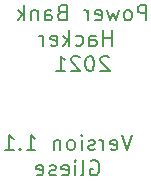
<source format=gbr>
%TF.GenerationSoftware,KiCad,Pcbnew,5.1.10-88a1d61d58~89~ubuntu20.04.1*%
%TF.CreationDate,2022-01-03T20:00:55+01:00*%
%TF.ProjectId,PowerBankAlwaysActive,506f7765-7242-4616-9e6b-416c77617973,rev?*%
%TF.SameCoordinates,Original*%
%TF.FileFunction,Legend,Bot*%
%TF.FilePolarity,Positive*%
%FSLAX46Y46*%
G04 Gerber Fmt 4.6, Leading zero omitted, Abs format (unit mm)*
G04 Created by KiCad (PCBNEW 5.1.10-88a1d61d58~89~ubuntu20.04.1) date 2022-01-03 20:00:55*
%MOMM*%
%LPD*%
G01*
G04 APERTURE LIST*
%ADD10C,0.200000*%
G04 APERTURE END LIST*
D10*
X45303619Y-40663095D02*
X44870285Y-41963095D01*
X44436952Y-40663095D01*
X43508380Y-41901190D02*
X43632190Y-41963095D01*
X43879809Y-41963095D01*
X44003619Y-41901190D01*
X44065523Y-41777380D01*
X44065523Y-41282142D01*
X44003619Y-41158333D01*
X43879809Y-41096428D01*
X43632190Y-41096428D01*
X43508380Y-41158333D01*
X43446476Y-41282142D01*
X43446476Y-41405952D01*
X44065523Y-41529761D01*
X42889333Y-41963095D02*
X42889333Y-41096428D01*
X42889333Y-41344047D02*
X42827428Y-41220238D01*
X42765523Y-41158333D01*
X42641714Y-41096428D01*
X42517904Y-41096428D01*
X42146476Y-41901190D02*
X42022666Y-41963095D01*
X41775047Y-41963095D01*
X41651238Y-41901190D01*
X41589333Y-41777380D01*
X41589333Y-41715476D01*
X41651238Y-41591666D01*
X41775047Y-41529761D01*
X41960761Y-41529761D01*
X42084571Y-41467857D01*
X42146476Y-41344047D01*
X42146476Y-41282142D01*
X42084571Y-41158333D01*
X41960761Y-41096428D01*
X41775047Y-41096428D01*
X41651238Y-41158333D01*
X41032190Y-41963095D02*
X41032190Y-41096428D01*
X41032190Y-40663095D02*
X41094095Y-40725000D01*
X41032190Y-40786904D01*
X40970285Y-40725000D01*
X41032190Y-40663095D01*
X41032190Y-40786904D01*
X40227428Y-41963095D02*
X40351238Y-41901190D01*
X40413142Y-41839285D01*
X40475047Y-41715476D01*
X40475047Y-41344047D01*
X40413142Y-41220238D01*
X40351238Y-41158333D01*
X40227428Y-41096428D01*
X40041714Y-41096428D01*
X39917904Y-41158333D01*
X39856000Y-41220238D01*
X39794095Y-41344047D01*
X39794095Y-41715476D01*
X39856000Y-41839285D01*
X39917904Y-41901190D01*
X40041714Y-41963095D01*
X40227428Y-41963095D01*
X39236952Y-41096428D02*
X39236952Y-41963095D01*
X39236952Y-41220238D02*
X39175047Y-41158333D01*
X39051238Y-41096428D01*
X38865523Y-41096428D01*
X38741714Y-41158333D01*
X38679809Y-41282142D01*
X38679809Y-41963095D01*
X36389333Y-41963095D02*
X37132190Y-41963095D01*
X36760761Y-41963095D02*
X36760761Y-40663095D01*
X36884571Y-40848809D01*
X37008380Y-40972619D01*
X37132190Y-41034523D01*
X35832190Y-41839285D02*
X35770285Y-41901190D01*
X35832190Y-41963095D01*
X35894095Y-41901190D01*
X35832190Y-41839285D01*
X35832190Y-41963095D01*
X34532190Y-41963095D02*
X35275047Y-41963095D01*
X34903619Y-41963095D02*
X34903619Y-40663095D01*
X35027428Y-40848809D01*
X35151238Y-40972619D01*
X35275047Y-41034523D01*
X41806000Y-42875000D02*
X41929809Y-42813095D01*
X42115523Y-42813095D01*
X42301238Y-42875000D01*
X42425047Y-42998809D01*
X42486952Y-43122619D01*
X42548857Y-43370238D01*
X42548857Y-43555952D01*
X42486952Y-43803571D01*
X42425047Y-43927380D01*
X42301238Y-44051190D01*
X42115523Y-44113095D01*
X41991714Y-44113095D01*
X41806000Y-44051190D01*
X41744095Y-43989285D01*
X41744095Y-43555952D01*
X41991714Y-43555952D01*
X41001238Y-44113095D02*
X41125047Y-44051190D01*
X41186952Y-43927380D01*
X41186952Y-42813095D01*
X40506000Y-44113095D02*
X40506000Y-43246428D01*
X40506000Y-42813095D02*
X40567904Y-42875000D01*
X40506000Y-42936904D01*
X40444095Y-42875000D01*
X40506000Y-42813095D01*
X40506000Y-42936904D01*
X39391714Y-44051190D02*
X39515523Y-44113095D01*
X39763142Y-44113095D01*
X39886952Y-44051190D01*
X39948857Y-43927380D01*
X39948857Y-43432142D01*
X39886952Y-43308333D01*
X39763142Y-43246428D01*
X39515523Y-43246428D01*
X39391714Y-43308333D01*
X39329809Y-43432142D01*
X39329809Y-43555952D01*
X39948857Y-43679761D01*
X38834571Y-44051190D02*
X38710761Y-44113095D01*
X38463142Y-44113095D01*
X38339333Y-44051190D01*
X38277428Y-43927380D01*
X38277428Y-43865476D01*
X38339333Y-43741666D01*
X38463142Y-43679761D01*
X38648857Y-43679761D01*
X38772666Y-43617857D01*
X38834571Y-43494047D01*
X38834571Y-43432142D01*
X38772666Y-43308333D01*
X38648857Y-43246428D01*
X38463142Y-43246428D01*
X38339333Y-43308333D01*
X37225047Y-44051190D02*
X37348857Y-44113095D01*
X37596476Y-44113095D01*
X37720285Y-44051190D01*
X37782190Y-43927380D01*
X37782190Y-43432142D01*
X37720285Y-43308333D01*
X37596476Y-43246428D01*
X37348857Y-43246428D01*
X37225047Y-43308333D01*
X37163142Y-43432142D01*
X37163142Y-43555952D01*
X37782190Y-43679761D01*
X46529904Y-30982095D02*
X46529904Y-29682095D01*
X46034666Y-29682095D01*
X45910857Y-29744000D01*
X45848952Y-29805904D01*
X45787047Y-29929714D01*
X45787047Y-30115428D01*
X45848952Y-30239238D01*
X45910857Y-30301142D01*
X46034666Y-30363047D01*
X46529904Y-30363047D01*
X45044190Y-30982095D02*
X45168000Y-30920190D01*
X45229904Y-30858285D01*
X45291809Y-30734476D01*
X45291809Y-30363047D01*
X45229904Y-30239238D01*
X45168000Y-30177333D01*
X45044190Y-30115428D01*
X44858476Y-30115428D01*
X44734666Y-30177333D01*
X44672761Y-30239238D01*
X44610857Y-30363047D01*
X44610857Y-30734476D01*
X44672761Y-30858285D01*
X44734666Y-30920190D01*
X44858476Y-30982095D01*
X45044190Y-30982095D01*
X44177523Y-30115428D02*
X43929904Y-30982095D01*
X43682285Y-30363047D01*
X43434666Y-30982095D01*
X43187047Y-30115428D01*
X42196571Y-30920190D02*
X42320380Y-30982095D01*
X42568000Y-30982095D01*
X42691809Y-30920190D01*
X42753714Y-30796380D01*
X42753714Y-30301142D01*
X42691809Y-30177333D01*
X42568000Y-30115428D01*
X42320380Y-30115428D01*
X42196571Y-30177333D01*
X42134666Y-30301142D01*
X42134666Y-30424952D01*
X42753714Y-30548761D01*
X41577523Y-30982095D02*
X41577523Y-30115428D01*
X41577523Y-30363047D02*
X41515619Y-30239238D01*
X41453714Y-30177333D01*
X41329904Y-30115428D01*
X41206095Y-30115428D01*
X39348952Y-30301142D02*
X39163238Y-30363047D01*
X39101333Y-30424952D01*
X39039428Y-30548761D01*
X39039428Y-30734476D01*
X39101333Y-30858285D01*
X39163238Y-30920190D01*
X39287047Y-30982095D01*
X39782285Y-30982095D01*
X39782285Y-29682095D01*
X39348952Y-29682095D01*
X39225142Y-29744000D01*
X39163238Y-29805904D01*
X39101333Y-29929714D01*
X39101333Y-30053523D01*
X39163238Y-30177333D01*
X39225142Y-30239238D01*
X39348952Y-30301142D01*
X39782285Y-30301142D01*
X37925142Y-30982095D02*
X37925142Y-30301142D01*
X37987047Y-30177333D01*
X38110857Y-30115428D01*
X38358476Y-30115428D01*
X38482285Y-30177333D01*
X37925142Y-30920190D02*
X38048952Y-30982095D01*
X38358476Y-30982095D01*
X38482285Y-30920190D01*
X38544190Y-30796380D01*
X38544190Y-30672571D01*
X38482285Y-30548761D01*
X38358476Y-30486857D01*
X38048952Y-30486857D01*
X37925142Y-30424952D01*
X37306095Y-30115428D02*
X37306095Y-30982095D01*
X37306095Y-30239238D02*
X37244190Y-30177333D01*
X37120380Y-30115428D01*
X36934666Y-30115428D01*
X36810857Y-30177333D01*
X36748952Y-30301142D01*
X36748952Y-30982095D01*
X36129904Y-30982095D02*
X36129904Y-29682095D01*
X36006095Y-30486857D02*
X35634666Y-30982095D01*
X35634666Y-30115428D02*
X36129904Y-30610666D01*
X43620380Y-33132095D02*
X43620380Y-31832095D01*
X43620380Y-32451142D02*
X42877523Y-32451142D01*
X42877523Y-33132095D02*
X42877523Y-31832095D01*
X41701333Y-33132095D02*
X41701333Y-32451142D01*
X41763238Y-32327333D01*
X41887047Y-32265428D01*
X42134666Y-32265428D01*
X42258476Y-32327333D01*
X41701333Y-33070190D02*
X41825142Y-33132095D01*
X42134666Y-33132095D01*
X42258476Y-33070190D01*
X42320380Y-32946380D01*
X42320380Y-32822571D01*
X42258476Y-32698761D01*
X42134666Y-32636857D01*
X41825142Y-32636857D01*
X41701333Y-32574952D01*
X40525142Y-33070190D02*
X40648952Y-33132095D01*
X40896571Y-33132095D01*
X41020380Y-33070190D01*
X41082285Y-33008285D01*
X41144190Y-32884476D01*
X41144190Y-32513047D01*
X41082285Y-32389238D01*
X41020380Y-32327333D01*
X40896571Y-32265428D01*
X40648952Y-32265428D01*
X40525142Y-32327333D01*
X39968000Y-33132095D02*
X39968000Y-31832095D01*
X39844190Y-32636857D02*
X39472761Y-33132095D01*
X39472761Y-32265428D02*
X39968000Y-32760666D01*
X38420380Y-33070190D02*
X38544190Y-33132095D01*
X38791809Y-33132095D01*
X38915619Y-33070190D01*
X38977523Y-32946380D01*
X38977523Y-32451142D01*
X38915619Y-32327333D01*
X38791809Y-32265428D01*
X38544190Y-32265428D01*
X38420380Y-32327333D01*
X38358476Y-32451142D01*
X38358476Y-32574952D01*
X38977523Y-32698761D01*
X37801333Y-33132095D02*
X37801333Y-32265428D01*
X37801333Y-32513047D02*
X37739428Y-32389238D01*
X37677523Y-32327333D01*
X37553714Y-32265428D01*
X37429904Y-32265428D01*
X43341809Y-34105904D02*
X43279904Y-34044000D01*
X43156095Y-33982095D01*
X42846571Y-33982095D01*
X42722761Y-34044000D01*
X42660857Y-34105904D01*
X42598952Y-34229714D01*
X42598952Y-34353523D01*
X42660857Y-34539238D01*
X43403714Y-35282095D01*
X42598952Y-35282095D01*
X41794190Y-33982095D02*
X41670380Y-33982095D01*
X41546571Y-34044000D01*
X41484666Y-34105904D01*
X41422761Y-34229714D01*
X41360857Y-34477333D01*
X41360857Y-34786857D01*
X41422761Y-35034476D01*
X41484666Y-35158285D01*
X41546571Y-35220190D01*
X41670380Y-35282095D01*
X41794190Y-35282095D01*
X41918000Y-35220190D01*
X41979904Y-35158285D01*
X42041809Y-35034476D01*
X42103714Y-34786857D01*
X42103714Y-34477333D01*
X42041809Y-34229714D01*
X41979904Y-34105904D01*
X41918000Y-34044000D01*
X41794190Y-33982095D01*
X40865619Y-34105904D02*
X40803714Y-34044000D01*
X40679904Y-33982095D01*
X40370380Y-33982095D01*
X40246571Y-34044000D01*
X40184666Y-34105904D01*
X40122761Y-34229714D01*
X40122761Y-34353523D01*
X40184666Y-34539238D01*
X40927523Y-35282095D01*
X40122761Y-35282095D01*
X38884666Y-35282095D02*
X39627523Y-35282095D01*
X39256095Y-35282095D02*
X39256095Y-33982095D01*
X39379904Y-34167809D01*
X39503714Y-34291619D01*
X39627523Y-34353523D01*
M02*

</source>
